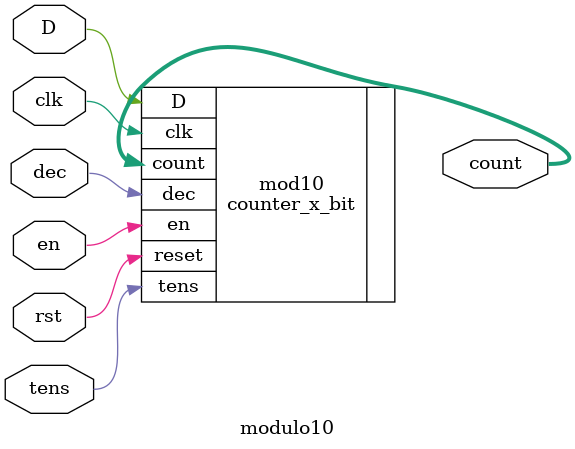
<source format=v>
`timescale 1ns / 1ps


module modulo10(input clk, rst, en,dec,tens,D,output [3:0] count);
//wire clk_out;
//clockDivider clockDiv(.clk(clk), .rst(rst), .clk_out(clk_out));
counter_x_bit  #(4,10) mod10 (.clk(clk), .reset(rst), .en(en),.tens(tens),.dec(dec),.D(D),.count(count));
endmodule

</source>
